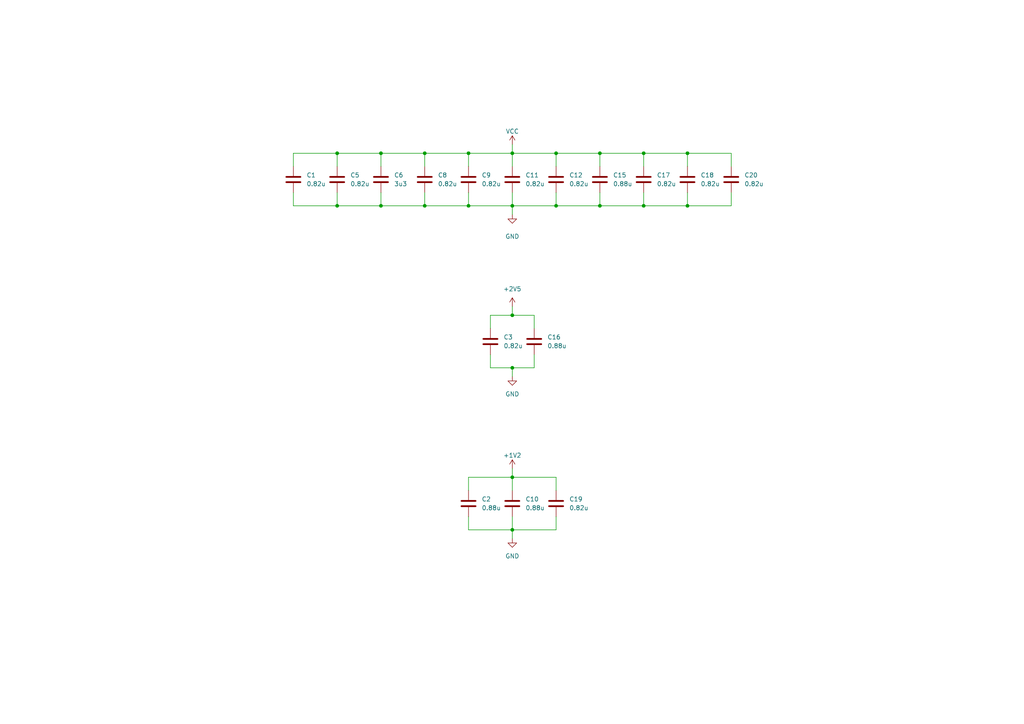
<source format=kicad_sch>
(kicad_sch (version 20231120) (generator "eeschema") (generator_version "8.0")
  (paper "A4")
  (title_block (title "MIG Flashcart - Capacitors") (date "2024-11-21") (rev "2") (company "Carlos Sabogal"))
  (lib_symbols
    (symbol "Device:C" (pin_numbers hide) (pin_names (offset 0.254))
      (property "Reference" "C" (at 0.635 2.54 0))
      (property "Value" "C" (at 0.635 -2.54 0))
      (symbol "C_0_1"
        (polyline (pts (xy -2.032 -0.762) (xy 2.032 -0.762)) (stroke (width 0.508)))
        (polyline (pts (xy -2.032 0.762) (xy 2.032 0.762)) (stroke (width 0.508)))
      )
      (symbol "C_1_1"
        (pin passive line (at 0 3.81 270) (length 2.794) (name "~") (number "1"))
        (pin passive line (at 0 -3.81 90) (length 2.794) (name "~") (number "2"))
      )
    )
    (symbol "GND_1" (power) (pin_numbers hide) (pin_names (offset 0) hide)
      (property "Value" "GND" (at 0 -3.81 0))
      (symbol "GND_1_0_1"
        (polyline (pts (xy 0 0) (xy 0 -1.27) (xy 1.27 -1.27) (xy 0 -2.54) (xy -1.27 -1.27) (xy 0 -1.27)))
      )
      (symbol "GND_1_1_1"
        (pin power_in line (at 0 0 270) (length 0) (name "~") (number "1"))
      )
    )
    (symbol "power:+1V2" (power) (pin_numbers hide) (pin_names (offset 0) hide)
      (property "Value" "+1V2" (at 0 3.556 0))
      (symbol "+1V2_0_1"
        (polyline (pts (xy -0.762 1.27) (xy 0 2.54)))
        (polyline (pts (xy 0 0) (xy 0 2.54)))
        (polyline (pts (xy 0 2.54) (xy 0.762 1.27)))
      )
      (symbol "+1V2_1_1"
        (pin power_in line (at 0 0 90) (length 0) (name "~") (number "1"))
      )
    )
    (symbol "power:+2V5" (power) (pin_numbers hide) (pin_names (offset 0) hide)
      (property "Value" "+2V5" (at 0 3.556 0))
      (symbol "+2V5_0_1"
        (polyline (pts (xy -0.762 1.27) (xy 0 2.54)))
        (polyline (pts (xy 0 0) (xy 0 2.54)))
        (polyline (pts (xy 0 2.54) (xy 0.762 1.27)))
      )
      (symbol "+2V5_1_1"
        (pin power_in line (at 0 0 90) (length 0) (name "~") (number "1"))
      )
    )
    (symbol "power:GND" (power) (pin_numbers hide) (pin_names (offset 0) hide)
      (property "Value" "GND" (at 0 -3.81 0))
      (symbol "GND_0_1"
        (polyline (pts (xy 0 0) (xy 0 -1.27) (xy 1.27 -1.27) (xy 0 -2.54) (xy -1.27 -1.27) (xy 0 -1.27)))
      )
      (symbol "GND_1_1"
        (pin power_in line (at 0 0 270) (length 0) (name "~") (number "1"))
      )
    )
    (symbol "power:VCC" (power) (pin_numbers hide) (pin_names (offset 0) hide)
      (property "Value" "VCC" (at 0 3.556 0))
      (symbol "VCC_0_1"
        (polyline (pts (xy -0.762 1.27) (xy 0 2.54)))
        (polyline (pts (xy 0 0) (xy 0 2.54)))
        (polyline (pts (xy 0 2.54) (xy 0.762 1.27)))
      )
      (symbol "VCC_1_1"
        (pin power_in line (at 0 0 90) (length 0) (name "~") (number "1"))
      )
    )
  )
  (junction (at 173.99 59.69))
  (junction (at 199.39 44.45))
  (junction (at 135.89 44.45))
  (junction (at 123.19 59.69))
  (junction (at 110.49 59.69))
  (junction (at 135.89 59.69))
  (junction (at 110.49 44.45))
  (junction (at 148.59 153.67))
  (junction (at 161.29 59.69))
  (junction (at 161.29 44.45))
  (junction (at 148.59 106.68))
  (junction (at 123.19 44.45))
  (junction (at 148.59 138.43))
  (junction (at 186.69 59.69))
  (junction (at 186.69 44.45))
  (junction (at 199.39 59.69))
  (junction (at 148.59 91.44))
  (junction (at 148.59 59.69))
  (junction (at 97.79 59.69))
  (junction (at 148.59 44.45))
  (junction (at 97.79 44.45))
  (junction (at 173.99 44.45))
  (wire (pts (xy 85.09 44.45) (xy 97.79 44.45)))
  (wire (pts (xy 85.09 48.26) (xy 85.09 44.45)))
  (wire (pts (xy 123.19 44.45) (xy 135.89 44.45)))
  (wire (pts (xy 148.59 138.43) (xy 148.59 135.89)))
  (wire (pts (xy 173.99 44.45) (xy 173.99 48.26)))
  (wire (pts (xy 135.89 138.43) (xy 148.59 138.43)))
  (wire (pts (xy 199.39 48.26) (xy 199.39 44.45)))
  (wire (pts (xy 110.49 59.69) (xy 97.79 59.69)))
  (wire (pts (xy 110.49 55.88) (xy 110.49 59.69)))
  (wire (pts (xy 148.59 55.88) (xy 148.59 59.69)))
  (wire (pts (xy 161.29 44.45) (xy 173.99 44.45)))
  (wire (pts (xy 97.79 59.69) (xy 85.09 59.69)))
  (wire (pts (xy 212.09 44.45) (xy 212.09 48.26)))
  (wire (pts (xy 135.89 44.45) (xy 135.89 48.26)))
  (wire (pts (xy 148.59 106.68) (xy 148.59 109.22)))
  (wire (pts (xy 199.39 59.69) (xy 199.39 55.88)))
  (wire (pts (xy 154.94 106.68) (xy 148.59 106.68)))
  (wire (pts (xy 135.89 59.69) (xy 135.89 55.88)))
  (wire (pts (xy 148.59 44.45) (xy 148.59 41.91)))
  (wire (pts (xy 97.79 44.45) (xy 97.79 48.26)))
  (wire (pts (xy 161.29 153.67) (xy 161.29 149.86)))
  (wire (pts (xy 148.59 91.44) (xy 148.59 88.9)))
  (wire (pts (xy 97.79 59.69) (xy 97.79 55.88)))
  (wire (pts (xy 148.59 138.43) (xy 161.29 138.43)))
  (wire (pts (xy 142.24 91.44) (xy 148.59 91.44)))
  (wire (pts (xy 212.09 59.69) (xy 212.09 55.88)))
  (wire (pts (xy 186.69 59.69) (xy 173.99 59.69)))
  (wire (pts (xy 186.69 44.45) (xy 186.69 48.26)))
  (wire (pts (xy 173.99 59.69) (xy 173.99 55.88)))
  (wire (pts (xy 110.49 44.45) (xy 123.19 44.45)))
  (wire (pts (xy 135.89 59.69) (xy 123.19 59.69)))
  (wire (pts (xy 135.89 44.45) (xy 148.59 44.45)))
  (wire (pts (xy 148.59 138.43) (xy 148.59 142.24)))
  (wire (pts (xy 148.59 149.86) (xy 148.59 153.67)))
  (wire (pts (xy 148.59 91.44) (xy 154.94 91.44)))
  (wire (pts (xy 161.29 142.24) (xy 161.29 138.43)))
  (wire (pts (xy 154.94 91.44) (xy 154.94 95.25)))
  (wire (pts (xy 148.59 106.68) (xy 142.24 106.68)))
  (wire (pts (xy 135.89 153.67) (xy 135.89 149.86)))
  (wire (pts (xy 161.29 59.69) (xy 161.29 55.88)))
  (wire (pts (xy 135.89 153.67) (xy 148.59 153.67)))
  (wire (pts (xy 154.94 102.87) (xy 154.94 106.68)))
  (wire (pts (xy 123.19 59.69) (xy 123.19 55.88)))
  (wire (pts (xy 186.69 55.88) (xy 186.69 59.69)))
  (wire (pts (xy 186.69 44.45) (xy 199.39 44.45)))
  (wire (pts (xy 85.09 59.69) (xy 85.09 55.88)))
  (wire (pts (xy 148.59 153.67) (xy 161.29 153.67)))
  (wire (pts (xy 148.59 59.69) (xy 161.29 59.69)))
  (wire (pts (xy 148.59 44.45) (xy 148.59 48.26)))
  (wire (pts (xy 161.29 48.26) (xy 161.29 44.45)))
  (wire (pts (xy 148.59 153.67) (xy 148.59 156.21)))
  (wire (pts (xy 173.99 44.45) (xy 186.69 44.45)))
  (wire (pts (xy 148.59 59.69) (xy 135.89 59.69)))
  (wire (pts (xy 142.24 106.68) (xy 142.24 102.87)))
  (wire (pts (xy 199.39 59.69) (xy 186.69 59.69)))
  (wire (pts (xy 212.09 59.69) (xy 199.39 59.69)))
  (wire (pts (xy 142.24 91.44) (xy 142.24 95.25)))
  (wire (pts (xy 97.79 44.45) (xy 110.49 44.45)))
  (wire (pts (xy 135.89 138.43) (xy 135.89 142.24)))
  (wire (pts (xy 199.39 44.45) (xy 212.09 44.45)))
  (wire (pts (xy 110.49 44.45) (xy 110.49 48.26)))
  (wire (pts (xy 173.99 59.69) (xy 161.29 59.69)))
  (wire (pts (xy 148.59 59.69) (xy 148.59 62.23)))
  (wire (pts (xy 148.59 44.45) (xy 161.29 44.45)))
  (wire (pts (xy 123.19 59.69) (xy 110.49 59.69)))
  (wire (pts (xy 123.19 48.26) (xy 123.19 44.45)))
  (symbol (lib_id "power:VCC") (at 148.59 41.91 0) (unit 1)
    (property "Reference" "#PWR018" (effects (hide yes)))
    (property "Value" "VCC" (at 148.59 38.1 0))
    (property "Description" "Power symbol creates a global label with name \"VCC\"" (effects (hide yes)))
  )
  (symbol (lib_id "Device:C") (at 186.69 52.07 0) (unit 1)
    (property "Reference" "C17" (at 190.5 50.7999 0) (effects (justify left)))
    (property "Value" "0.82u" (at 190.5 53.3399 0) (effects (justify left)))
    (property "Footprint" "Capacitor_SMD:C_0201_0603Metric" (effects (hide yes)))
    (property "Description" "Unpolarized capacitor" (effects (hide yes)))
  )
  (symbol (lib_id "Device:C") (at 135.89 146.05 0) (unit 1)
    (property "Reference" "C2" (at 139.7 144.7799 0) (effects (justify left)))
    (property "Value" "0.88u" (at 139.7 147.3199 0) (effects (justify left)))
    (property "Footprint" "Capacitor_SMD:C_0201_0603Metric" (effects (hide yes)))
    (property "Description" "Unpolarized capacitor" (effects (hide yes)))
  )
  (symbol (lib_id "Device:C") (at 154.94 99.06 0) (unit 1)
    (property "Reference" "C16" (at 158.75 97.7899 0) (effects (justify left)))
    (property "Value" "0.88u" (at 158.75 100.3299 0) (effects (justify left)))
    (property "Footprint" "Capacitor_SMD:C_0201_0603Metric" (effects (hide yes)))
    (property "Description" "Unpolarized capacitor" (effects (hide yes)))
  )
  (symbol (lib_id "Device:C") (at 148.59 146.05 0) (unit 1)
    (property "Reference" "C10" (at 152.4 144.7799 0) (effects (justify left)))
    (property "Value" "0.88u" (at 152.4 147.3199 0) (effects (justify left)))
    (property "Footprint" "Capacitor_SMD:C_0201_0603Metric" (effects (hide yes)))
    (property "Description" "Unpolarized capacitor" (effects (hide yes)))
  )
  (symbol (lib_id "power:+2V5") (at 148.59 88.9 0) (unit 1)
    (property "Reference" "#PWR020" (effects (hide yes)))
    (property "Value" "+2V5" (at 148.59 83.82 0))
    (property "Description" "Power symbol creates a global label with name \"+2V5\"" (effects (hide yes)))
  )
  (symbol (lib_id "Device:C") (at 110.49 52.07 0) (unit 1)
    (property "Reference" "C6" (at 114.3 50.7999 0) (effects (justify left)))
    (property "Value" "3u3" (at 114.3 53.3399 0) (effects (justify left)))
    (property "Footprint" "Capacitor_SMD:C_0402_1005Metric" (effects (hide yes)))
    (property "Description" "Unpolarized capacitor" (effects (hide yes)))
  )
  (symbol (lib_id "Device:C") (at 135.89 52.07 0) (unit 1)
    (property "Reference" "C9" (at 139.7 50.7999 0) (effects (justify left)))
    (property "Value" "0.82u" (at 139.7 53.3399 0) (effects (justify left)))
    (property "Footprint" "Capacitor_SMD:C_0201_0603Metric" (effects (hide yes)))
    (property "Description" "Unpolarized capacitor" (effects (hide yes)))
  )
  (symbol (lib_id "Device:C") (at 85.09 52.07 0) (unit 1)
    (property "Reference" "C1" (at 88.9 50.7999 0) (effects (justify left)))
    (property "Value" "0.82u" (at 88.9 53.3399 0) (effects (justify left)))
    (property "Footprint" "Capacitor_SMD:C_0201_0603Metric" (effects (hide yes)))
    (property "Description" "Unpolarized capacitor" (effects (hide yes)))
  )
  (symbol (lib_id "Device:C") (at 148.59 52.07 0) (unit 1)
    (property "Reference" "C11" (at 152.4 50.7999 0) (effects (justify left)))
    (property "Value" "0.82u" (at 152.4 53.3399 0) (effects (justify left)))
    (property "Footprint" "Capacitor_SMD:C_0201_0603Metric" (effects (hide yes)))
    (property "Description" "Unpolarized capacitor" (effects (hide yes)))
  )
  (symbol (lib_id "Device:C") (at 161.29 52.07 0) (unit 1)
    (property "Reference" "C12" (at 165.1 50.7999 0) (effects (justify left)))
    (property "Value" "0.82u" (at 165.1 53.3399 0) (effects (justify left)))
    (property "Footprint" "Capacitor_SMD:C_0201_0603Metric" (effects (hide yes)))
    (property "Description" "Unpolarized capacitor" (effects (hide yes)))
  )
  (symbol (lib_id "Device:C") (at 161.29 146.05 0) (unit 1)
    (property "Reference" "C19" (at 165.1 144.7799 0) (effects (justify left)))
    (property "Value" "0.82u" (at 165.1 147.3199 0) (effects (justify left)))
    (property "Footprint" "Capacitor_SMD:C_0201_0603Metric" (effects (hide yes)))
    (property "Description" "Unpolarized capacitor" (effects (hide yes)))
  )
  (symbol (lib_name "GND_1") (lib_id "power:GND") (at 148.59 156.21 0) (unit 1)
    (property "Reference" "#PWR016" (effects (hide yes)))
    (property "Value" "GND" (at 148.59 161.29 0))
    (property "Description" "Power symbol creates a global label with name \"GND\" , ground" (effects (hide yes)))
  )
  (symbol (lib_id "Device:C") (at 123.19 52.07 0) (unit 1)
    (property "Reference" "C8" (at 127 50.7999 0) (effects (justify left)))
    (property "Value" "0.82u" (at 127 53.3399 0) (effects (justify left)))
    (property "Footprint" "Capacitor_SMD:C_0201_0603Metric" (effects (hide yes)))
    (property "Description" "Unpolarized capacitor" (effects (hide yes)))
  )
  (symbol (lib_id "Device:C") (at 173.99 52.07 0) (unit 1)
    (property "Reference" "C15" (at 177.8 50.7999 0) (effects (justify left)))
    (property "Value" "0.88u" (at 177.8 53.3399 0) (effects (justify left)))
    (property "Footprint" "Capacitor_SMD:C_0201_0603Metric" (effects (hide yes)))
    (property "Description" "Unpolarized capacitor" (effects (hide yes)))
  )
  (symbol (lib_name "GND_1") (lib_id "power:GND") (at 148.59 109.22 0) (unit 1)
    (property "Reference" "#PWR021" (effects (hide yes)))
    (property "Value" "GND" (at 148.59 114.3 0))
    (property "Description" "Power symbol creates a global label with name \"GND\" , ground" (effects (hide yes)))
  )
  (symbol (lib_id "Device:C") (at 212.09 52.07 0) (unit 1)
    (property "Reference" "C20" (at 215.9 50.7999 0) (effects (justify left)))
    (property "Value" "0.82u" (at 215.9 53.3399 0) (effects (justify left)))
    (property "Footprint" "Capacitor_SMD:C_0201_0603Metric" (effects (hide yes)))
    (property "Description" "Unpolarized capacitor" (effects (hide yes)))
  )
  (symbol (lib_id "power:GND") (at 148.59 62.23 0) (unit 1)
    (property "Reference" "#PWR019" (effects (hide yes)))
    (property "Value" "GND" (at 148.59 68.58 0))
    (property "Description" "Power symbol creates a global label with name \"GND\" , ground" (effects (hide yes)))
  )
  (symbol (lib_id "Device:C") (at 142.24 99.06 0) (unit 1)
    (property "Reference" "C3" (at 146.05 97.7899 0) (effects (justify left)))
    (property "Value" "0.82u" (at 146.05 100.3299 0) (effects (justify left)))
    (property "Footprint" "Capacitor_SMD:C_0201_0603Metric" (effects (hide yes)))
    (property "Description" "Unpolarized capacitor" (effects (hide yes)))
  )
  (symbol (lib_id "Device:C") (at 199.39 52.07 0) (unit 1)
    (property "Reference" "C18" (at 203.2 50.7999 0) (effects (justify left)))
    (property "Value" "0.82u" (at 203.2 53.3399 0) (effects (justify left)))
    (property "Footprint" "Capacitor_SMD:C_0201_0603Metric" (effects (hide yes)))
    (property "Description" "Unpolarized capacitor" (effects (hide yes)))
  )
  (symbol (lib_id "power:+1V2") (at 148.59 135.89 0) (unit 1)
    (property "Reference" "#PWR015" (effects (hide yes)))
    (property "Value" "+1V2" (at 148.59 132.08 0))
    (property "Description" "Power symbol creates a global label with name \"+1V2\"" (effects (hide yes)))
  )
  (symbol (lib_id "Device:C") (at 97.79 52.07 0) (unit 1)
    (property "Reference" "C5" (at 101.6 50.7999 0) (effects (justify left)))
    (property "Value" "0.82u" (at 101.6 53.3399 0) (effects (justify left)))
    (property "Footprint" "Capacitor_SMD:C_0201_0603Metric" (effects (hide yes)))
    (property "Description" "Unpolarized capacitor" (effects (hide yes)))
  )
)
</source>
